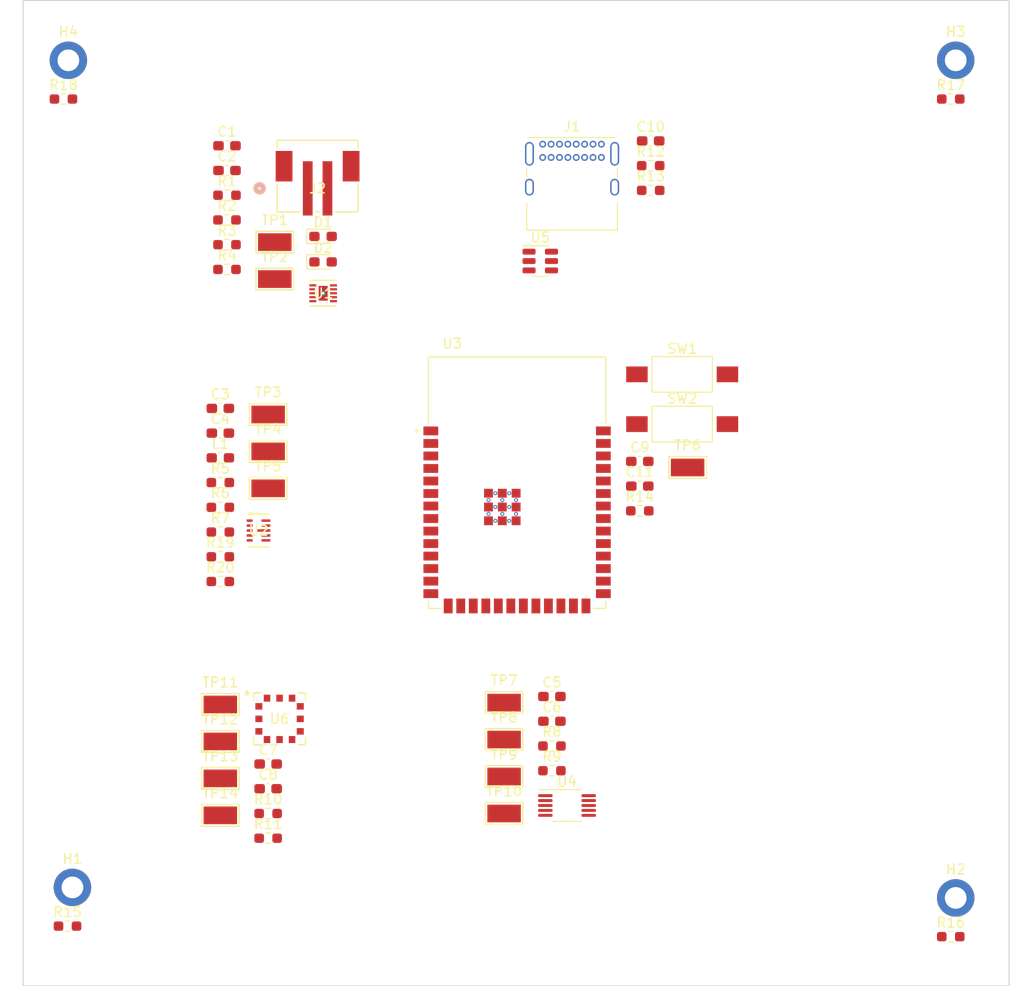
<source format=kicad_pcb>
(kicad_pcb (version 20221018) (generator pcbnew)
  (title_block (company "Winnie Szeto | github.com/wszeto9 | sites.google.com/view/winnies-renders"))
  (layers (0 "F.Cu" signal) (31 "B.Cu" signal) (34 "B.Paste" user) (35 "F.Paste" user) (36 "B.SilkS" user "B.Silkscreen") (37 "F.SilkS" user "F.Silkscreen") (38 "B.Mask" user) (39 "F.Mask" user) (44 "Edge.Cuts" user))
  (property "AUTHOR" "Winnie Szeto")
  (property "PROJECT_REVISION" "A01")
  (property "PROJECT_TITLE" "WS Template Project")
  (net 0 "")
  (net 1 "+5V")
  (net 2 "GND")
  (net 3 "Battery_3V_4V2")
  (net 4 "+3.3V")
  (net 5 "Net-(U4-REG)")
  (net 6 "Net-(U6-VO+)")
  (net 7 "Net-(U6-VO-)")
  (net 8 "Net-(SW1-B)")
  (net 9 "Net-(U5-VBUS)")
  (net 10 "Net-(D1-K)")
  (net 11 "Net-(D1-A)")
  (net 12 "Net-(D2-K)")
  (net 13 "Net-(D2-A)")
  (net 14 "Net-(H1-Pad1)")
  (net 15 "Net-(H2-Pad1)")
  (net 16 "Net-(H3-Pad1)")
  (net 17 "Net-(H4-Pad1)")
  (net 18 "Net-(J1-CC1)")
  (net 19 "/USB-C Connector/D+")
  (net 20 "/USB-C Connector/D-")
  (net 22 "Net-(J1-CC2)")
  (net 24 "Net-(U2-L1)")
  (net 25 "Net-(U2-L2)")
  (net 26 "Net-(U1-ISET)")
  (net 27 "Net-(U1-PRETERM)")
  (net 28 "Net-(U2-PG)")
  (net 29 "Net-(U2-FB)")
  (net 30 "/motor_sda")
  (net 31 "/motor_scl")
  (net 32 "/ESP32/SDA_sensor")
  (net 33 "/ESP32/SCL_sensor")
  (net 34 "Net-(U2-EN)")
  (net 35 "Net-(SW2-B)")
  (net 36 "Net-(U1-ISET2)")
  (net 37 "Net-(U4-OUT+)")
  (net 38 "Net-(U4-OUT-)")
  (net 39 "Net-(U6-RES)")
  (net 40 "Net-(U6-EOC)")
  (net 42 "/Battery and Battery Charger/TS")
  (net 50 "/ESP32/ESP32_USB_D-")
  (net 51 "/ESP32/ESP32_USB_D+")
  (footprint "Capacitor_SMD:C_0603_1608Metric_Pad1.08x0.95mm_HandSolder" (layer "F.Cu") (at 69.85 114.99)
    (fp_text reference "C8" (at 0 -1.43) (layer "F.SilkS"))
    (fp_text value "0.1uF 50V 0603")
    (pad "1" smd roundrect (at -0.8625 0) (size 1.075 0.95) (layers "F.Cu" "F.Paste" "F.Mask") (net 3 "Battery_3V_4V2"))
    (pad "2" smd roundrect (at 0.8625 0) (size 1.075 0.95) (layers "F.Cu" "F.Paste" "F.Mask") (net 2 "GND"))
  )
  (footprint "Resistor_SMD:R_0603_1608Metric_Pad0.98x0.95mm_HandSolder" (layer "F.Cu") (at 108.65 51.76)
    (fp_text reference "R12" (at 0 -1.43) (layer "F.SilkS"))
    (fp_text value "5.1k 0603")
    (pad "1" smd roundrect (at -0.9125 0) (size 0.975 0.95) (layers "F.Cu" "F.Paste" "F.Mask") (net 18 "Net-(J1-CC1)"))
    (pad "2" smd roundrect (at 0.9125 0) (size 0.975 0.95) (layers "F.Cu" "F.Paste" "F.Mask") (net 2 "GND"))
  )
  (footprint "TestPoint:TestPoint_Keystone_5015_Micro-Minature" (layer "F.Cu") (at 69.85 80.76)
    (fp_text reference "TP4" (at 0 -2.25) (layer "F.SilkS"))
    (fp_text value "TestPoint")
    (pad "1" smd rect (at 0 0) (size 3.4 1.8) (layers "F.Cu" "F.Paste" "F.Mask") (net 34 "Net-(U2-EN)"))
  )
  (footprint "Resistor_SMD:R_0603_1608Metric_Pad0.98x0.95mm_HandSolder" (layer "F.Cu") (at 98.6325 110.65)
    (fp_text reference "R8" (at 0 -1.43) (layer "F.SilkS"))
    (fp_text value "10k 0603")
    (pad "1" smd roundrect (at -0.9125 0) (size 0.975 0.95) (layers "F.Cu" "F.Paste" "F.Mask") (net 3 "Battery_3V_4V2"))
    (pad "2" smd roundrect (at 0.9125 0) (size 0.975 0.95) (layers "F.Cu" "F.Paste" "F.Mask") (net 30 "/motor_sda"))
  )
  (footprint "Resistor_SMD:R_0603_1608Metric_Pad0.98x0.95mm_HandSolder" (layer "F.Cu") (at 69.85 117.5)
    (fp_text reference "R10" (at 0 -1.43) (layer "F.SilkS"))
    (fp_text value "10k 0603")
    (pad "1" smd roundrect (at -0.9125 0) (size 0.975 0.95) (layers "F.Cu" "F.Paste" "F.Mask") (net 3 "Battery_3V_4V2"))
    (pad "2" smd roundrect (at 0.9125 0) (size 0.975 0.95) (layers "F.Cu" "F.Paste" "F.Mask") (net 32 "/ESP32/SDA_sensor"))
  )
  (footprint "Resistor_SMD:R_0603_1608Metric_Pad0.98x0.95mm_HandSolder" (layer "F.Cu") (at 65 86.43)
    (fp_text reference "R6" (at 0 -1.43) (layer "F.SilkS"))
    (fp_text value "511k 0603")
    (pad "1" smd roundrect (at -0.9125 0) (size 0.975 0.95) (layers "F.Cu" "F.Paste" "F.Mask") (net 4 "+3.3V"))
    (pad "2" smd roundrect (at 0.9125 0) (size 0.975 0.95) (layers "F.Cu" "F.Paste" "F.Mask") (net 29 "Net-(U2-FB)"))
  )
  (footprint "Capacitor_SMD:C_0603_1608Metric_Pad1.08x0.95mm_HandSolder" (layer "F.Cu") (at 65.675 49.74)
    (fp_text reference "C1" (at 0 -1.43) (layer "F.SilkS"))
    (fp_text value "1uF 16V 0603")
    (pad "1" smd roundrect (at -0.8625 0) (size 1.075 0.95) (layers "F.Cu" "F.Paste" "F.Mask") (net 1 "+5V"))
    (pad "2" smd roundrect (at 0.8625 0) (size 1.075 0.95) (layers "F.Cu" "F.Paste" "F.Mask") (net 2 "GND"))
  )
  (footprint "TestPoint:TestPoint_Keystone_5015_Micro-Minature" (layer "F.Cu") (at 65 110.19)
    (fp_text reference "TP12" (at 0 -2.25) (layer "F.SilkS"))
    (fp_text value "TestPoint")
    (pad "1" smd rect (at 0 0) (size 3.4 1.8) (layers "F.Cu" "F.Paste" "F.Mask") (net 40 "Net-(U6-EOC)"))
  )
  (footprint "Resistor_SMD:R_0603_1608Metric_Pad0.98x0.95mm_HandSolder" (layer "F.Cu") (at 49.0875 45)
    (fp_text reference "R18" (at 0 -1.43) (layer "F.SilkS"))
    (fp_text value "1M 0603")
    (pad "1" smd roundrect (at -0.9125 0) (size 0.975 0.95) (layers "F.Cu" "F.Paste" "F.Mask") (net 17 "Net-(H4-Pad1)"))
    (pad "2" smd roundrect (at 0.9125 0) (size 0.975 0.95) (layers "F.Cu" "F.Paste" "F.Mask") (net 2 "GND"))
  )
  (footprint "Resistor_SMD:R_0603_1608Metric_Pad0.98x0.95mm_HandSolder" (layer "F.Cu") (at 65.675 54.76)
    (fp_text reference "R1" (at 0 -1.43) (layer "F.SilkS"))
    (fp_text value "1k 0603")
    (pad "1" smd roundrect (at -0.9125 0) (size 0.975 0.95) (layers "F.Cu" "F.Paste" "F.Mask") (net 26 "Net-(U1-ISET)"))
    (pad "2" smd roundrect (at 0.9125 0) (size 0.975 0.95) (layers "F.Cu" "F.Paste" "F.Mask") (net 2 "GND"))
  )
  (footprint "Project Library:MPRLS" (layer "F.Cu") (at 71.0071 107.8971)
    (fp_text reference "U6" (at 0 0 unlocked) (layer "F.SilkS"))
    (fp_text value "MPRLS0025PA00001A")
    (fp_text user "*" (at -3.302 -2.286) (layer "F.SilkS"))
    (fp_text user "*" (at -3.302 -2.286 unlocked) (layer "F.SilkS"))
    (pad "1" smd rect (at -1.27 -2.099998 90) (size 0.7112 0.6604) (layers "F.Cu" "F.Paste" "F.Mask"))
    (pad "2" smd rect (at 0 -2.099998 90) (size 0.7112 0.6604) (layers "F.Cu" "F.Paste" "F.Mask") (net 32 "/ESP32/SDA_sensor"))
    (pad "3" smd rect (at 1.27 -2.099998 90) (size 0.7112 0.6604) (layers "F.Cu" "F.Paste" "F.Mask") (net 33 "/ESP32/SCL_sensor"))
    (pad "4" smd rect (at 2.099945 -1.27) (size 0.7112 0.6604) (layers "F.Cu" "F.Paste" "F.Mask") (net 6 "Net-(U6-VO+)"))
    (pad "5" smd rect (at 2.099945 0) (size 0.7112 0.6604) (layers "F.Cu" "F.Paste" "F.Mask"))
    (pad "6" smd rect (at 2.099945 1.27) (size 0.7112 0.6604) (layers "F.Cu" "F.Paste" "F.Mask") (net 7 "Net-(U6-VO-)"))
    (pad "7" smd rect (at 1.27 2.099998 90) (size 0.7112 0.6604) (layers "F.Cu" "F.Paste" "F.Mask"))
    (pad "8" smd rect (at 0 2.099998 90) (size 0.7112 0.6604) (layers "F.Cu" "F.Paste" "F.Mask") (net 40 "Net-(U6-EOC)"))
    (pad "9" smd rect (at -1.27 2.099998 90) (size 0.7112 0.6604) (layers "F.Cu" "F.Paste" "F.Mask") (net 39 "Net-(U6-RES)"))
    (pad "10" smd rect (at -2.099945 1.27) (size 0.7112 0.6604) (layers "F.Cu" "F.Paste" "F.Mask") (net 2 "GND"))
    (pad "11" smd rect (at -2.099945 0) (size 0.7112 0.6604) (layers "F.Cu" "F.Paste" "F.Mask"))
    (pad "12" smd rect (at -2.099945 -1.27) (size 0.7112 0.6604) (layers "F.Cu" "F.Paste" "F.Mask") (net 3 "Battery_3V_4V2"))
  )
  (footprint "Capacitor_SMD:C_0603_1608Metric_Pad1.08x0.95mm_HandSolder" (layer "F.Cu") (at 98.6325 105.63)
    (fp_text reference "C5" (at 0 -1.43) (layer "F.SilkS"))
    (fp_text value "1uF 16V 0603")
    (pad "1" smd roundrect (at -0.8625 0) (size 1.075 0.95) (layers "F.Cu" "F.Paste" "F.Mask") (net 3 "Battery_3V_4V2"))
    (pad "2" smd roundrect (at 0.8625 0) (size 1.075 0.95) (layers "F.Cu" "F.Paste" "F.Mask") (net 2 "GND"))
  )
  (footprint "Connector_USB:USB_C_Receptacle_GCT_USB4085" (layer "F.Cu") (at 97.7 49.58)
    (fp_text reference "J1" (at 2.975 -1.8) (layer "F.SilkS"))
    (fp_text value "USB_C_Receptacle_USB2.0_16P")
    (pad "A1" thru_hole circle (at 0 0) (size 0.7 0.7) (drill 0.4) (layers "*.Cu" "*.Mask") (net 2 "GND"))
    (pad "A4" thru_hole circle (at 0.85 0) (size 0.7 0.7) (drill 0.4) (layers "*.Cu" "*.Mask") (net 1 "+5V"))
    (pad "A5" thru_hole circle (at 1.7 0) (size 0.7 0.7) (drill 0.4) (layers "*.Cu" "*.Mask") (net 18 "Net-(J1-CC1)"))
    (pad "A6" thru_hole circle (at 2.55 0) (size 0.7 0.7) (drill 0.4) (layers "*.Cu" "*.Mask") (net 19 "/USB-C Connector/D+"))
    (pad "A7" thru_hole circle (at 3.4 0) (size 0.7 0.7) (drill 0.4) (layers "*.Cu" "*.Mask") (net 20 "/USB-C Connector/D-"))
    (pad "A8" thru_hole circle (at 4.25 0) (size 0.7 0.7) (drill 0.4) (layers "*.Cu" "*.Mask"))
    (pad "A9" thru_hole circle (at 5.1 0) (size 0.7 0.7) (drill 0.4) (layers "*.Cu" "*.Mask") (net 1 "+5V"))
    (pad "A12" thru_hole circle (at 5.95 0) (size 0.7 0.7) (drill 0.4) (layers "*.Cu" "*.Mask") (net 2 "GND"))
    (pad "B1" thru_hole circle (at 5.95 1.35) (size 0.7 0.7) (drill 0.4) (layers "*.Cu" "*.Mask") (net 2 "GND"))
    (pad "B4" thru_hole circle (at 5.1 1.35) (size 0.7 0.7) (drill 0.4) (layers "*.Cu" "*.Mask") (net 1 "+5V"))
    (pad "B5" thru_hole circle (at 4.25 1.35) (size 0.7 0.7) (drill 0.4) (layers "*.Cu" "*.Mask") (net 22 "Net-(J1-CC2)"))
    (pad "B6" thru_hole circle (at 3.4 1.35) (size 0.7 0.7) (drill 0.4) (layers "*.Cu" "*.Mask") (net 19 "/USB-C Connector/D+"))
    (pad "B7" thru_hole circle (at 2.55 1.35) (size 0.7 0.7) (drill 0.4) (layers "*.Cu" "*.Mask") (net 20 "/USB-C Connector/D-"))
    (pad "B8" thru_hole circle (at 1.7 1.35) (size 0.7 0.7) (drill 0.4) (layers "*.Cu" "*.Mask"))
    (pad "B9" thru_hole circle (at 0.85 1.35) (size 0.7 0.7) (drill 0.4) (layers "*.Cu" "*.Mask") (net 1 "+5V"))
    (pad "B12" thru_hole circle (at 0 1.35) (size 0.7 0.7) (drill 0.4) (layers "*.Cu" "*.Mask") (net 2 "GND"))
    (pad "S1" thru_hole oval (at -1.35 0.98) (size 0.9 2.4) (drill oval 0.6 2.1) (layers "*.Cu" "*.Mask") (net 2 "GND"))
    (pad "S1" thru_hole oval (at -1.35 4.36) (size 0.9 1.7) (drill oval 0.6 1.4) (layers "*.Cu" "*.Mask") (net 2 "GND"))
    (pad "S1" thru_hole oval (at 7.3 0.98) (size 0.9 2.4) (drill oval 0.6 2.1) (layers "*.Cu" "*.Mask") (net 2 "GND"))
    (pad "S1" thru_hole oval (at 7.3 4.36) (size 0.9 1.7) (drill oval 0.6 1.4) (layers "*.Cu" "*.Mask") (net 2 "GND"))
  )
  (footprint "Capacitor_SMD:C_0603_1608Metric_Pad1.08x0.95mm_HandSolder" (layer "F.Cu") (at 69.85 112.48)
    (fp_text reference "C7" (at 0 -1.43) (layer "F.SilkS"))
    (fp_text value "1nF 16V 0603")
    (pad "1" smd roundrect (at -0.8625 0) (size 1.075 0.95) (layers "F.Cu" "F.Paste" "F.Mask") (net 6 "Net-(U6-VO+)"))
    (pad "2" smd roundrect (at 0.8625 0) (size 1.075 0.95) (layers "F.Cu" "F.Paste" "F.Mask") (net 7 "Net-(U6-VO-)"))
  )
  (footprint "TestPoint:TestPoint_Keystone_5015_Micro-Minature" (layer "F.Cu") (at 69.85 84.51)
    (fp_text reference "TP5" (at 0 -2.25) (layer "F.SilkS"))
    (fp_text value "TestPoint")
    (pad "1" smd rect (at 0 0) (size 3.4 1.8) (layers "F.Cu" "F.Paste" "F.Mask") (net 29 "Net-(U2-FB)"))
  )
  (footprint "TestPoint:TestPoint_Keystone_5015_Micro-Minature" (layer "F.Cu") (at 70.525 63.27)
    (fp_text reference "TP2" (at 0 -2.25) (layer "F.SilkS"))
    (fp_text value "TestPoint")
    (pad "1" smd rect (at 0 0) (size 3.4 1.8) (layers "F.Cu" "F.Paste" "F.Mask") (net 3 "Battery_3V_4V2"))
  )
  (footprint "TestPoint:TestPoint_Keystone_5015_Micro-Minature" (layer "F.Cu") (at 70.525 59.52)
    (fp_text reference "TP1" (at 0 -2.25) (layer "F.SilkS"))
    (fp_text value "TestPoint")
    (pad "1" smd rect (at 0 0) (size 3.4 1.8) (layers "F.Cu" "F.Paste" "F.Mask") (net 36 "Net-(U1-ISET2)"))
  )
  (footprint "TestPoint:TestPoint_Keystone_5015_Micro-Minature" (layer "F.Cu") (at 93.7825 110)
    (fp_text reference "TP8" (at 0 -2.25) (layer "F.SilkS"))
    (fp_text value "TestPoint")
    (pad "1" smd rect (at 0 0) (size 3.4 1.8) (layers "F.Cu" "F.Paste" "F.Mask") (net 38 "Net-(U4-OUT-)"))
  )
  (footprint "Capacitor_SMD:C_0603_1608Metric_Pad1.08x0.95mm_HandSolder" (layer "F.Cu") (at 65 78.9)
    (fp_text reference "C4" (at 0 -1.43) (layer "F.SilkS"))
    (fp_text value "22uF 6V3 0603")
    (pad "1" smd roundrect (at -0.8625 0) (size 1.075 0.95) (layers "F.Cu" "F.Paste" "F.Mask") (net 4 "+3.3V"))
    (pad "2" smd roundrect (at 0.8625 0) (size 1.075 0.95) (layers "F.Cu" "F.Paste" "F.Mask") (net 2 "GND"))
  )
  (footprint "Project Library:ESP32-S3" (layer "F.Cu") (at 95.1 83.94)
    (fp_text reference "U3" (at -6.575 -14.135) (layer "F.SilkS"))
    (fp_text value "ESP32-S3-WROOM-1-N4")
    (pad "1" smd rect (at -8.75 -5.26) (size 1.5 0.9) (layers "F.Cu" "F.Paste" "F.Mask") (net 2 "GND"))
    (pad "2" smd rect (at -8.75 -3.99) (size 1.5 0.9) (layers "F.Cu" "F.Paste" "F.Mask") (net 4 "+3.3V"))
    (pad "3" smd rect (at -8.75 -2.72) (size 1.5 0.9) (layers "F.Cu" "F.Paste" "F.Mask") (net 8 "Net-(SW1-B)"))
    (pad "4" smd rect (at -8.75 -1.45) (size 1.5 0.9) (layers "F.Cu" "F.Paste" "F.Mask") (net 32 "/ESP32/SDA_sensor"))
    (pad "5" smd rect (at -8.75 -0.18) (size 1.5 0.9) (layers "F.Cu" "F.Paste" "F.Mask") (net 33 "/ESP32/SCL_sensor"))
    (pad "6" smd rect (at -8.75 1.09) (size 1.5 0.9) (layers "F.Cu" "F.Paste" "F.Mask"))
    (pad "7" smd rect (at -8.75 2.36) (size 1.5 0.9) (layers "F.Cu" "F.Paste" "F.Mask"))
    (pad "8" smd rect (at -8.75 3.63) (size 1.5 0.9) (layers "F.Cu" "F.Paste" "F.Mask"))
    (pad "9" smd rect (at -8.75 4.9) (size 1.5 0.9) (layers "F.Cu" "F.Paste" "F.Mask"))
    (pad "10" smd rect (at -8.75 6.17) (size 1.5 0.9) (layers "F.Cu" "F.Paste" "F.Mask"))
    (pad "11" smd rect (at -8.75 7.44) (size 1.5 0.9) (layers "F.Cu" "F.Paste" "F.Mask"))
    (pad "12" smd rect (at -8.75 8.71) (size 1.5 0.9) (layers "F.Cu" "F.Paste" "F.Mask"))
    (pad "13" smd rect (at -8.75 9.98) (size 1.5 0.9) (layers "F.Cu" "F.Paste" "F.Mask") (net 50 "/ESP32/ESP32_USB_D-"))
    (pad "14" smd rect (at -8.75 11.25) (size 1.5 0.9) (layers "F.Cu" "F.Paste" "F.Mask") (net 51 "/ESP32/ESP32_USB_D+"))
    (pad "15" smd rect (at -6.985 12.5) (size 0.9 1.5) (layers "F.Cu" "F.Paste" "F.Mask"))
    (pad "16" smd rect (at -5.715 12.5) (size 0.9 1.5) (layers "F.Cu" "F.Paste" "F.Mask"))
    (pad "17" smd rect (at -4.445 12.5) (size 0.9 1.5) (layers "F.Cu" "F.Paste" "F.Mask"))
    (pad "18" smd rect (at -3.175 12.5) (size 0.9 1.5) (layers "F.Cu" "F.Paste" "F.Mask"))
    (pad "19" smd rect (at -1.905 12.5) (size 0.9 1.5) (layers "F.Cu" "F.Paste" "F.Mask"))
    (pad "20" smd rect (at -0.635 12.5) (size 0.9 1.5) (layers "F.Cu" "F.Paste" "F.Mask"))
    (pad "21" smd rect (at 0.635 12.5) (size 0.9 1.5) (layers "F.Cu" "F.Paste" "F.Mask"))
    (pad "22" smd rect (at 1.905 12.5) (size 0.9 1.5) (layers "F.Cu" "F.Paste" "F.Mask"))
    (pad "23" smd rect (at 3.175 12.5) (size 0.9 1.5) (layers "F.Cu" "F.Paste" "F.Mask"))
    (pad "24" smd rect (at 4.445 12.5) (size 0.9 1.5) (layers "F.Cu" "F.Paste" "F.Mask"))
    (pad "25" smd rect (at 5.715 12.5) (size 0.9 1.5) (layers "F.Cu" "F.Paste" "F.Mask"))
    (pad "26" smd rect (at 6.985 12.5) (size 0.9 1.5) (layers "F.Cu" "F.Paste" "F.Mask"))
    (pad "27" smd rect (at 8.75 11.25) (size 1.5 0.9) (layers "F.Cu" "F.Paste" "F.Mask") (net 35 "Net-(SW2-B)"))
    (pad "28" smd rect (at 8.75 9.98) (size 1.5 0.9) (layers "F.Cu" "F.Paste" "F.Mask"))
    (pad "29" smd rect (at 8.75 8.71) (size 1.5 0.9) (layers "F.Cu" "F.Paste" "F.Mask") (net 31 "/motor_scl"))
    (pad "30" smd rect (at 8.75 7.44) (size 1.5 0.9) (layers "F.Cu" "F.Paste" "F.Mask") (net 30 "/motor_sda"))
    (pad "31" smd rect (at 8.75 6.17) (size 1.5 0.9) (layers "F.Cu" "F.Paste" "F.Mask"))
    (pad "32" smd rect (at 8.75 4.9) (size 1.5 0.9) (layers "F.Cu" "F.Paste" "F.Mask"))
    (pad "33" smd rect (at 8.75 3.63) (size 1.5 0.9) (layers "F.Cu" "F.Paste" "F.Mask"))
    (pad "34" smd rect (at 8.75 2.36) (size 1.5 0.9) (layers "F.Cu" "F.Paste" "F.Mask"))
    (pad "35" smd rect (at 8.75 1.09) (size 1.5 0.9) (layers "F.Cu" "F.Paste" "F.Mask"))
    (pad "36" smd rect (at 8.75 -0.18) (size 1.5 0.9) (layers "F.Cu" "F.Paste" "F.Mask"))
    (pad "37" smd rect (at 8.75 -1.45) (size 1.5 0.9) (layers "F.Cu" "F.Paste" "F.Mask"))
    (pad "38" smd rect (at 8.75 -2.72) (size 1.5 0.9) (layers "F.Cu" "F.Paste" "F.Mask"))
    (pad "39" smd rect (at 8.75 -3.99) (size 1.5 0.9) (layers "F.Cu" "F.Paste" "F.Mask"))
    (pad "40" smd rect (at 8.75 -5.26) (size 1.5 0.9) (layers "F.Cu" "F.Paste" "F.Mask") (net 2 "GND"))
    (pad "41_1" smd rect (at -1.5 2.46) (size 0.9 0.9) (layers "F.Cu" "F.Paste" "F.Mask") (net 2 "GND"))
    (pad "41_2" smd rect (at -2.9 2.46) (size 0.9 0.9) (layers "F.Cu" "F.Paste" "F.Mask") (net 2 "GND"))
    (pad "41_3" smd rect (at -0.1 2.46) (size 0.9 0.9) (layers "F.Cu" "F.Paste" "F.Mask") (net 2 "GND"))
    (pad "41_4" smd rect (at -2.9 3.86) (size 0.9 0.9) (layers "F.Cu" "F.Paste" "F.Mask") (net 2 "GND"))
    (pad "41_5" smd rect (at -1.5 3.86) (size 0.9 0.9) (layers "F.Cu" "F.Paste" "F.Mask") (net 2 "GND"))
    (pad "41_6" smd rect (at -0.1 3.86) (size 0.9 0.9) (layers "F.Cu" "F.Paste" "F.Mask") (net 2 "GND"))
    (pad "41_7" smd rect (at -2.9 1.06) (size 0.9 0.9) (layers "F.Cu" "F.Paste" "F.Mask") (net 2 "GND"))
    (pad "41_8" smd rect (at -1.5 1.06) (size 0.9 0.9) (layers "F.Cu" "F.Paste" "F.Mask") (net 2 "GND"))
    (pad "41_9" smd rect (at -0.1 1.06) (size 0.9 0.9) (layers "F.Cu" "F.Paste" "F.Mask") (net 2 "GND"))
    (pad "41_10" thru_hole circle (at -1.5 1.76) (size 0.4 0.4) (drill 0.2) (layers "*.Cu"))
    (pad "41_11" thru_hole circle (at -2.9 1.76) (size 0.4 0.4) (drill 0.2) (layers "*.Cu"))
    (pad "41_12" thru_hole circle (at -0.1 1.76) (size 0.4 0.4) (drill 0.2) (layers "*.Cu"))
    (pad "41_13" thru_hole circle (at -2.9 3.16) (size 0.4 0.4) (drill 0.2) (layers "*.Cu"))
    (pad "41_14" thru_hole circle (at -1.5 3.16) (size 0.4 0.4) (drill 0.2) (layers "*.Cu"))
    (pad "41_15" thru_hole circle (at -0.1 3.16) (size 0.4 0.4) (drill 0.2) (layers "*.Cu"))
    (pad "41_16" thru_hole circle (at -2.2 1.06) (size 0.4 0.4) (drill 0.2) (layers "*.Cu"))
    (pad "41_17" thru_hole circle (at -0.8 1.06) (size 0.4 0.4) (drill 0.2) (layers "*.Cu"))
    (pad "41_18" thru_hole circle (at -2.2 2.46) (size 0.4 0.4) (drill 0.2) (layers "*.Cu"))
    (pad "41_19" thru_hole circle (at -0.8 2.46) (size 0.4 0.4) (drill 0.2) (layers "*.Cu"))
    (pad "41_20" thru_hole circle (at -2.2 3.86) (size 0.4 0.4) (drill 0.2) (layers "*.Cu"))
    (pad "41_21" thru_hole circle (at -0.8 3.86) (size 0.4 0.4) (drill 0.2) (layers "*.Cu"))
  )
  (footprint "TestPoint:TestPoint_Keystone_5015_Micro-Minature" (layer "F.Cu") (at 65 113.94)
    (fp_text reference "TP13" (at 0 -2.25) (layer "F.SilkS"))
    (fp_text value "TestPoint")
    (pad "1" smd rect (at 0 0) (size 3.4 1.8) (layers "F.Cu" "F.Paste" "F.Mask") (net 32 "/ESP32/SDA_sensor"))
  )
  (footprint "Resistor_SMD:R_0603_1608Metric_Pad0.98x0.95mm_HandSolder" (layer "F.Cu") (at 98.6325 113.16)
    (fp_text reference "R9" (at 0 -1.43) (layer "F.SilkS"))
    (fp_text value "10k 0603")
    (pad "1" smd roundrect (at -0.9125 0) (size 0.975 0.95) (layers "F.Cu" "F.Paste" "F.Mask") (net 3 "Battery_3V_4V2"))
    (pad "2" smd roundrect (at 0.9125 0) (size 0.975 0.95) (layers "F.Cu" "F.Paste" "F.Mask") (net 31 "/motor_scl"))
  )
  (footprint "Resistor_SMD:R_0603_1608Metric_Pad0.98x0.95mm_HandSolder" (layer "F.Cu") (at 107.545 86.79)
    (fp_text reference "R14" (at 0 -1.43) (layer "F.SilkS"))
    (fp_text value "10k 0603")
    (pad "1" smd roundrect (at -0.9125 0) (size 0.975 0.95) (layers "F.Cu" "F.Paste" "F.Mask") (net 4 "+3.3V"))
    (pad "2" smd roundrect (at 0.9125 0) (size 0.975 0.95) (layers "F.Cu" "F.Paste" "F.Mask") (net 8 "Net-(SW1-B)"))
  )
  (footprint "Resistor_SMD:R_0603_1608Metric_Pad0.98x0.95mm_HandSolder" (layer "F.Cu") (at 65.675 57.27)
    (fp_text reference "R2" (at 0 -1.43) (layer "F.SilkS"))
    (fp_text value "2k 0603")
    (pad "1" smd roundrect (at -0.9125 0) (size 0.975 0.95) (layers "F.Cu" "F.Paste" "F.Mask") (net 27 "Net-(U1-PRETERM)"))
    (pad "2" smd roundrect (at 0.9125 0) (size 0.975 0.95) (layers "F.Cu" "F.Paste" "F.Mask") (net 2 "GND"))
  )
  (footprint "Button_Switch_SMD:SW_SPST_FSMSM" (layer "F.Cu") (at 111.845 77.99)
    (fp_text reference "SW2" (at 0 -2.6) (layer "F.SilkS"))
    (fp_text value "SW_SPST")
    (pad "1" smd rect (at -4.59 0) (size 2.18 1.6) (layers "F.Cu" "F.Paste" "F.Mask") (net 2 "GND"))
    (pad "2" smd rect (at 4.59 0) (size 2.18 1.6) (layers "F.Cu" "F.Paste" "F.Mask") (net 35 "Net-(SW2-B)"))
  )
  (footprint "Resistor_SMD:R_0603_1608Metric_Pad0.98x0.95mm_HandSolder" (layer "F.Cu") (at 49.5 128.93)
    (fp_text reference "R15" (at 0 -1.43) (layer "F.SilkS"))
    (fp_text value "1M 0603")
    (pad "1" smd roundrect (at -0.9125 0) (size 0.975 0.95) (layers "F.Cu" "F.Paste" "F.Mask") (net 14 "Net-(H1-Pad1)"))
    (pad "2" smd roundrect (at 0.9125 0) (size 0.975 0.95) (layers "F.Cu" "F.Paste" "F.Mask") (net 2 "GND"))
  )
  (footprint "TestPoint:TestPoint_Keystone_5015_Micro-Minature" (layer "F.Cu") (at 65 117.69)
    (fp_text reference "TP14" (at 0 -2.25) (layer "F.SilkS"))
    (fp_text value "TestPoint")
    (pad "1" smd rect (at 0 0) (size 3.4 1.8) (layers "F.Cu" "F.Paste" "F.Mask") (net 33 "/ESP32/SCL_sensor"))
  )
  (footprint "Project Library:TPS63802" (layer "F.Cu") (at 68.875 88.784999)
    (fp_text reference "U2" (at 0 0 unlocked) (layer "F.SilkS"))
    (fp_text value "TPS63802DLAR")
    (pad "1" smd rect (at -0.900001 -1.000001) (size 0.599999 0.249999) (layers "F.Cu" "F.Paste" "F.Mask") (net 34 "Net-(U2-EN)"))
    (pad "2" smd rect (at -0.900001 -0.499999) (size 0.599999 0.249999) (layers "F.Cu" "F.Paste" "F.Mask") (net 2 "GND"))
    (pad "3" smd rect (at -0.900001 0) (size 0.599999 0.249999) (layers "F.Cu" "F.Paste" "F.Mask") (net 2 "GND"))
    (pad "4" smd rect (at -0.900001 0.499999) (size 0.599999 0.249999) (layers "F.Cu" "F.Paste" "F.Mask") (net 29 "Net-(U2-FB)"))
    (pad "5" smd rect (at -0.900001 1.000001) (size 0.599999 0.249999) (layers "F.Cu" "F.Paste" "F.Mask") (net 28 "Net-(U2-PG)"))
    (pad "6" smd rect (at 0.750001 1.000001) (size 0.900001 0.249999) (layers "F.Cu" "F.Paste" "F.Mask") (net 4 "+3.3V"))
    (pad "7" smd rect (at 0.750001 0.499999) (size 0.900001 0.249999) (layers "F.Cu" "F.Paste" "F.Mask") (net 25 "Net-(U2-L2)"))
    (pad "8" smd rect (at 0.549999 0) (size 1.3 0.249999) (layers "F.Cu" "F.Mask") (net 2 "GND"))
    (pad "9" smd rect (at 0.750001 -0.499999) (size 0.900001 0.249999) (layers "F.Cu" "F.Paste" "F.Mask") (net 24 "Net-(U2-L1)"))
    (pad "10" smd rect (at 0.750001 -1.000001) (size 0.900001 0.249999) (layers "F.Cu" "F.Paste" "F.Mask") (net 3 "Battery_3V_4V2"))
  )
  (footprint "Capacitor_SMD:C_0603_1608Metric_Pad1.08x0.95mm_HandSolder" (layer "F.Cu") (at 65 76.39)
    (fp_text reference "C3" (at 0 -1.43) (layer "F.SilkS"))
    (fp_text value "22uF 6V3 0603")
    (pad "1" smd roundrect (at -0.8625 0) (size 1.075 0.95) (layers "F.Cu" "F.Paste" "F.Mask") (net 3 "Battery_3V_4V2"))
    (pad "2" smd roundrect (at 0.8625 0) (size 1.075 0.95) (layers "F.Cu" "F.Paste" "F.Mask") (net 2 "GND"))
  )
  (footprint "Capacitor_SMD:C_0603_1608Metric_Pad1.08x0.95mm_HandSolder" (layer "F.Cu") (at 107.545 81.77)
    (fp_text reference "C9" (at 0 -1.43) (layer "F.SilkS"))
    (fp_text value "1uF 16V 0603")
    (pad "1" smd roundrect (at -0.8625 0) (size 1.075 0.95) (layers "F.Cu" "F.Paste" "F.Mask") (net 8 "Net-(SW1-B)"))
    (pad "2" smd roundrect (at 0.8625 0) (size 1.075 0.95) (layers "F.Cu" "F.Paste" "F.Mask") (net 2 "GND"))
  )
  (footprint "Capacitor_SMD:C_0603_1608Metric_Pad1.08x0.95mm_HandSolder" (layer "F.Cu") (at 98.6325 108.14)
    (fp_text reference "C6" (at 0 -1.43) (layer "F.SilkS"))
    (fp_text value "1uF 16V 0603")
    (pad "1" smd roundrect (at -0.8625 0) (size 1.075 0.95) (layers "F.Cu" "F.Paste" "F.Mask") (net 5 "Net-(U4-REG)"))
    (pad "2" smd roundrect (at 0.8625 0) (size 1.075 0.95) (layers "F.Cu" "F.Paste" "F.Mask") (net 2 "GND"))
  )
  (footprint "MountingHole:MountingHole_2.2mm_M2_DIN965_Pad" (layer "F.Cu") (at 50 125)
    (fp_text reference "H1" (at 0 -2.9) (layer "F.SilkS"))
    (fp_text value "MountingHole_Pad")
    (pad "1" thru_hole circle (at 0 0) (size 3.8 3.8) (drill 2.2) (layers "*.Cu" "*.Mask") (net 14 "Net-(H1-Pad1)"))
  )
  (footprint "Resistor_SMD:R_0603_1608Metric_Pad0.98x0.95mm_HandSolder" (layer "F.Cu") (at 139.0875 45)
    (fp_text reference "R17" (at 0 -1.43) (layer "F.SilkS"))
    (fp_text value "1M 0603")
    (pad "1" smd roundrect (at -0.9125 0) (size 0.975 0.95) (layers "F.Cu" "F.Paste" "F.Mask") (net 16 "Net-(H3-Pad1)"))
    (pad "2" smd roundrect (at 0.9125 0) (size 0.975 0.95) (layers "F.Cu" "F.Paste" "F.Mask") (net 2 "GND"))
  )
  (footprint "TestPoint:TestPoint_Keystone_5015_Micro-Minature" (layer "F.Cu") (at 93.7825 117.5)
    (fp_text reference "TP10" (at 0 -2.25) (layer "F.SilkS"))
    (fp_text value "TestPoint")
    (pad "1" smd rect (at 0 0) (size 3.4 1.8) (layers "F.Cu" "F.Paste" "F.Mask") (net 30 "/motor_sda"))
  )
  (footprint "Package_TO_SOT_SMD:SOT-23-6" (layer "F.Cu") (at 97.45 61.44)
    (fp_text reference "U5" (at 0 -2.4) (layer "F.SilkS"))
    (fp_text value "USBLC6-2SC6")
    (pad "1" smd roundrect (at -1.1375 -0.95) (size 1.325 0.6) (layers "F.Cu" "F.Paste" "F.Mask") (net 50 "/ESP32/ESP32_USB_D-"))
    (pad "2" smd roundrect (at -1.1375 0) (size 1.325 0.6) (layers "F.Cu" "F.Paste" "F.Mask") (net 2 "GND"))
    (pad "3" smd roundrect (at -1.1375 0.95) (size 1.325 0.6) (layers "F.Cu" "F.Paste" "F.Mask") (net 51 "/ESP32/ESP32_USB_D+"))
    (pad "4" smd roundrect (at 1.1375 0.95) (size 1.325 0.6) (layers "F.Cu" "F.Paste" "F.Mask") (net 19 "/USB-C Connector/D+"))
    (pad "5" smd roundrect (at 1.1375 0) (size 1.325 0.6) (layers "F.Cu" "F.Paste" "F.Mask") (net 9 "Net-(U5-VBUS)"))
    (pad "6" smd roundrect (at 1.1375 -0.95) (size 1.325 0.6) (layers "F.Cu" "F.Paste" "F.Mask") (net 20 "/USB-C Connector/D-"))
  )
  (footprint "MountingHole:MountingHole_2.2mm_M2_DIN965_Pad" (layer "F.Cu") (at 139.5875 41.07)
    (fp_text reference "H3" (at 0 -2.9) (layer "F.SilkS"))
    (fp_text value "MountingHole_Pad")
    (pad "1" thru_hole circle (at 0 0) (size 3.8 3.8) (drill 2.2) (layers "*.Cu" "*.Mask") (net 16 "Net-(H3-Pad1)"))
  )
  (footprint "Capacitor_SMD:C_0603_1608Metric_Pad1.08x0.95mm_HandSolder" (layer "F.Cu") (at 108.65 49.25)
    (fp_text reference "C10" (at 0 -1.43) (layer "F.SilkS"))
    (fp_text value "0.1uF 50V 0603")
    (pad "1" smd roundrect (at -0.8625 0) (size 1.075 0.95) (layers "F.Cu" "F.Paste" "F.Mask") (net 2 "GND"))
    (pad "2" smd roundrect (at 0.8625 0) (size 1.075 0.95) (layers "F.Cu" "F.Paste" "F.Mask") (net 9 "Net-(U5-VBUS)"))
  )
  (footprint "TestPoint:TestPoint_Keystone_5015_Micro-Minature" (layer "F.Cu") (at 112.395 82.39)
    (fp_text reference "TP6" (at 0 -2.25) (layer "F.SilkS"))
    (fp_text value "TestPoint")
    (pad "1" smd rect (at 0 0) (size 3.4 1.8) (layers "F.Cu" "F.Paste" "F.Mask") (net 8 "Net-(SW1-B)"))
  )
  (footprint "Resistor_SMD:R_0603_1608Metric_Pad0.98x0.95mm_HandSolder" (layer "F.Cu") (at 65 91.45)
    (fp_text reference "R19" (at 0 -1.43) (layer "F.SilkS"))
    (fp_text value "2k 0603")
    (pad "1" smd roundrect (at -0.9125 0) (size 0.975 0.95) (layers "F.Cu" "F.Paste" "F.Mask") (net 3 "Battery_3V_4V2"))
    (pad "2" smd roundrect (at 0.9125 0) (size 0.975 0.95) (layers "F.Cu" "F.Paste" "F.Mask") (net 34 "Net-(U2-EN)"))
  )
  (footprint "Resistor_SMD:R_0603_1608Metric_Pad0.98x0.95mm_HandSolder" (layer "F.Cu") (at 65 88.94)
    (fp_text reference "R7" (at 0 -1.43) (layer "F.SilkS"))
    (fp_text value "91k 0603")
    (pad "1" smd roundrect (at -0.9125 0) (size 0.975 0.95) (layers "F.Cu" "F.Paste" "F.Mask") (net 29 "Net-(U2-FB)"))
    (pad "2" smd roundrect (at 0.9125 0) (size 0.975 0.95) (layers "F.Cu" "F.Paste" "F.Mask") (net 2 "GND"))
  )
  (footprint "Project Library:CONN_B2B-PH-SM4-TBLFSN_JST(Header)" (layer "F.Cu") (at 74.8651 52.8204)
    (fp_text reference "J2" (at 0 1.244801 unlocked) (layer "F.SilkS"))
    (fp_text value "Header B2B-PH-SM4-TBLFSN")
    (pad "1" smd rect (at -1.000001 1.244801) (size 0.9906 5.5118) (layers "F.Cu" "F.Paste" "F.Mask") (net 3 "Battery_3V_4V2"))
    (pad "2" smd rect (at 1.000001 1.244801) (size 0.9906 5.5118) (layers "F.Cu" "F.Paste" "F.Mask") (net 2 "GND"))
    (pad "3" smd rect (at -3.399998 -1.0052 90) (size 3.0988 1.7018) (layers "F.Cu" "F.Paste" "F.Mask"))
    (pad "4" smd rect (at 3.399998 -1.0052 90) (size 3.0988 1.7018) (layers "F.Cu" "F.Paste" "F.Mask"))
  )
  (footprint "Package_SO:VSSOP-10_3x3mm_P0.5mm" (layer "F.Cu") (at 100.1625 116.69)
    (fp_text reference "U4" (at 0 -2.45) (layer "F.SilkS"))
    (fp_text value "DRV2605LDGS")
    (pad "1" smd roundrect (at -2.2 -1) (size 1.45 0.3) (layers "F.Cu" "F.Paste" "F.Mask") (net 5 "Net-(U4-REG)"))
    (pad "2" smd roundrect (at -2.2 -0.5) (size 1.45 0.3) (layers "F.Cu" "F.Paste" "F.Mask") (net 31 "/motor_scl"))
    (pad "3" smd roundrect (at -2.2 0) (size 1.45 0.3) (layers "F.Cu" "F.Paste" "F.Mask") (net 30 "/motor_sda"))
    (pad "4" smd roundrect (at -2.2 0.5) (size 1.45 0.3) (layers "F.Cu" "F.Paste" "F.Mask") (net 2 "GND"))
    (pad "5" smd roundrect (at -2.2 1) (size 1.45 0.3) (layers "F.Cu" "F.Paste" "F.Mask") (net 3 "Battery_3V_4V2"))
    (pad "6" smd roundrect (at 2.2 1) (size 1.45 0.3) (layers "F.Cu" "F.Paste" "F.Mask"))
    (pad "7" smd roundrect (at 2.2 0.5) (size 1.45 0.3) (layers "F.Cu" "F.Paste" "F.Mask") (net 37 "Net-(U4-OUT+)"))
    (pad "8" smd roundrect (at 2.2 0) (size 1.45 0.3) (layers "F.Cu" "F.Paste" "F.Mask") (net 2 "GND"))
    (pad "9" smd roundrect (at 2.2 -0.5) (size 1.45 0.3) (layers "F.Cu" "F.Paste" "F.Mask") (net 38 "Net-(U4-OUT-)"))
    (pad "10" smd roundrect (at 2.2 -1) (size 1.45 0.3) (layers "F.Cu" "F.Paste" "F.Mask") (net 3 "Battery_3V_4V2"))
  )
  (footprint "TestPoint:TestPoint_Keystone_5015_Micro-Minature" (layer "F.Cu") (at 65 106.44)
    (fp_text reference "TP11" (at 0 -2.25) (layer "F.SilkS"))
    (fp_text value "TestPoint")
    (pad "1" smd rect (at 0 0) (size 3.4 1.8) (layers "F.Cu" "F.Paste" "F.Mask") (net 39 "Net-(U6-RES)"))
  )
  (footprint "Resistor_SMD:R_0603_1608Metric_Pad0.98x0.95mm_HandSolder" (layer "F.Cu") (at 69.85 120.01)
    (fp_text reference "R11" (at 0 -1.43) (layer "F.SilkS"))
    (fp_text value "10k 0603")
    (pad "1" smd roundrect (at -0.9125 0) (size 0.975 0.95) (layers "F.Cu" "F.Paste" "F.Mask") (net 3 "Battery_3V_4V2"))
    (pad "2" smd roundrect (at 0.9125 0) (size 0.975 0.95) (layers "F.Cu" "F.Paste" "F.Mask") (net 33 "/ESP32/SCL_sensor"))
  )
  (footprint "TestPoint:TestPoint_Keystone_5015_Micro-Minature" (layer "F.Cu") (at 69.85 77.01)
    (fp_text reference "TP3" (at 0 -2.25) (layer "F.SilkS"))
    (fp_text value "TestPoint")
    (pad "1" smd rect (at 0 0) (size 3.4 1.8) (layers "F.Cu" "F.Paste" "F.Mask") (net 4 "+3.3V"))
  )
  (footprint "Resistor_SMD:R_0603_1608Metric_Pad0.98x0.95mm_HandSolder" (layer "F.Cu") (at 65.675 59.78)
    (fp_text reference "R3" (at 0 -1.43) (layer "F.SilkS"))
    (fp_text value "1.5k 0603")
    (pad "1" smd roundrect (at -0.9125 0) (size 0.975 0.95) (layers "F.Cu" "F.Paste" "F.Mask") (net 3 "Battery_3V_4V2"))
    (pad "2" smd roundrect (at 0.9125 0) (size 0.975 0.95) (layers "F.Cu" "F.Paste" "F.Mask") (net 11 "Net-(D1-A)"))
  )
  (footprint "LED_SMD:LED_0603_1608Metric_Pad1.05x0.95mm_HandSolder" (layer "F.Cu") (at 75.42 58.94)
    (fp_text reference "D1" (at 0 -1.43) (layer "F.SilkS"))
    (fp_text value "LED Yellow")
    (pad "1" smd roundrect (at -0.875 0) (size 1.05 0.95) (layers "F.Cu" "F.Paste" "F.Mask") (net 10 "Net-(D1-K)"))
    (pad "2" smd roundrect (at 0.875 0) (size 1.05 0.95) (layers "F.Cu" "F.Paste" "F.Mask") (net 11 "Net-(D1-A)"))
  )
  (footprint "Inductor_SMD:L_0603_1608Metric_Pad1.05x0.95mm_HandSolder" (layer "F.Cu") (at 65 81.41)
    (fp_text reference "L1" (at 0 -1.43) (layer "F.SilkS"))
    (fp_text value "470nH DFE18SANR47MG0L")
    (pad "1" smd roundrect (at -0.875 0) (size 1.05 0.95) (layers "F.Cu" "F.Paste" "F.Mask") (net 24 "Net-(U2-L1)"))
    (pad "2" smd roundrect (at 0.875 0) (size 1.05 0.95) (layers "F.Cu" "F.Paste" "F.Mask") (net 25 "Net-(U2-L2)"))
  )
  (footprint "Resistor_SMD:R_0603_1608Metric_Pad0.98x0.95mm_HandSolder" (layer "F.Cu") (at 108.65 54.27)
    (fp_text reference "R13" (at 0 -1.43) (layer "F.SilkS"))
    (fp_text value "5.1k 0603")
    (pad "1" smd roundrect (at -0.9125 0) (size 0.975 0.95) (layers "F.Cu" "F.Paste" "F.Mask") (net 22 "Net-(J1-CC2)"))
    (pad "2" smd roundrect (at 0.9125 0) (size 0.975 0.95) (layers "F.Cu" "F.Paste" "F.Mask") (net 2 "GND"))
  )
  (footprint "TestPoint:TestPoint_Keystone_5015_Micro-Minature" (layer "F.Cu") (at 93.7825 106.25)
    (fp_text reference "TP7" (at 0 -2.25) (layer "F.SilkS"))
    (fp_text value "TestPoint")
    (pad "1" smd rect (at 0 0) (size 3.4 1.8) (layers "F.Cu" "F.Paste" "F.Mask") (net 37 "Net-(U4-OUT+)"))
  )
  (footprint "Capacitor_SMD:C_0603_1608Metric_Pad1.08x0.95mm_HandSolder" (layer "F.Cu") (at 107.545 84.28)
    (fp_text reference "C11" (at 0 -1.43) (layer "F.SilkS"))
    (fp_text value "1uF 16V 0603")
    (pad "1" smd roundrect (at -0.8625 0) (size 1.075 0.95) (layers "F.Cu" "F.Paste" "F.Mask") (net 4 "+3.3V"))
    (pad "2" smd roundrect (at 0.8625 0) (size 1.075 0.95) (layers "F.Cu" "F.Paste" "F.Mask") (net 2 "GND"))
  )
  (footprint "MountingHole:MountingHole_2.2mm_M2_DIN965_Pad" (layer "F.Cu") (at 139.5875 126.07)
    (fp_text reference "H2" (at 0 -2.9) (layer "F.SilkS"))
    (fp_text value "MountingHole_Pad")
    (pad "1" thru_hole circle (at 0 0) (size 3.8 3.8) (drill 2.2) (layers "*.Cu" "*.Mask") (net 15 "Net-(H2-Pad1)"))
  )
  (footprint "Project Library:BQ24040" (layer "F.Cu") (at 75.4302 64.7093)
    (fp_text reference "U1" (at 0 0 unlocked) (layer "F.SilkS"))
    (fp_text value "BQ24040DSQR")
    (pad "1" smd rect (at -1.05 -0.800001) (size 0.7 0.23) (layers "F.Cu" "F.Mask") (net 1 "+5V"))
    (pad "2" smd rect (at -1.05 -0.399999) (size 0.7 0.23) (layers "F.Cu" "F.Mask") (net 26 "Net-(U1-ISET)"))
    (pad "3" smd rect (at -1.05 0) (size 0.7 0.23) (layers "F.Cu" "F.Mask") (net 2 "GND"))
    (pad "4" smd rect (at -1.05 0.399999) (size 0.7 0.23) (layers "F.Cu" "F.Mask") (net 27 "Net-(U1-PRETERM)"))
    (pad "5" smd rect (at -1.05 0.800001) (size 0.7 0.23) (layers "F.Cu" "F.Mask") (net 10 "Net-(D1-K)"))
    (pad "6" smd rect (at 1.05 0.800001) (size 0.7 0.23) (layers "F.Cu" "F.Mask"))
    (pad "7" smd rect (at 1.05 0.399999) (size 0.7 0.23) (layers "F.Cu" "F.Mask") (net 36 "Net-(U1-ISET2)"))
    (pad "8" smd rect (at 1.05 0) (size 0.7 0.23) (layers "F.Cu" "F.Mask") (net 12 "Net-(D2-K)"))
    (pad "9" smd rect (at 1.05 -0.399999) (size 0.7 0.23) (layers "F.Cu" "F.Mask") (net 42 "/Battery and Battery Charger/TS"))
    (pad "10" smd rect (at 1.05 -0.800001) (size 0.7 0.23) (layers "F.Cu" "F.Mask") (net 3 "Battery_3V_4V2"))
    (pad "11" smd rect (at 0 0) (size 0.9144 1.4986) (layers "F.Cu") (net 2 "GND"))
    (pad "V" thru_hole circle (at 0 0) (size 0.508 0.508) (drill 0.254) (layers "*.Cu" "*.Mask"))
  )
  (footprint "MountingHole:MountingHole_2.2mm_M2_DIN965_Pad" (layer "F.Cu") (at 49.5875 41.07)
    (fp_text reference "H4" (at 0 -2.9) (layer "F.SilkS"))
    (fp_text value "MountingHole_Pad")
    (pad "1" thru_hole circle (at 0 0) (size 3.8 3.8) (drill 2.2) (layers "*.Cu" "*.Mask") (net 17 "Net-(H4-Pad1)"))
  )
  (footprint "Resistor_SMD:R_0603_1608Metric_Pad0.98x0.95mm_HandSolder" (layer "F.Cu") (at 65 93.96)
    (fp_text reference "R20" (at 0 -1.43) (layer "F.SilkS"))
    (fp_text value "1k 0603")
    (pad "1" smd roundrect (at -0.9125 0) (size 0.975 0.95) (layers "F.Cu" "F.Paste" "F.Mask") (net 34 "Net-(U2-EN)"))
    (pad "2" smd roundrect (at 0.9125 0) (size 0.975 0.95) (layers "F.Cu" "F.Paste" "F.Mask") (net 2 "GND"))
  )
  (footprint "Button_Switch_SMD:SW_SPST_FSMSM" (layer "F.Cu") (at 111.845 72.94)
    (fp_text reference "SW1" (at 0 -2.6) (layer "F.SilkS"))
    (fp_text value "SW_SPST")
    (pad "1" smd rect (at -4.59 0) (size 2.18 1.6) (layers "F.Cu" "F.Paste" "F.Mask") (net 2 "GND"))
    (pad "2" smd rect (at 4.59 0) (size 2.18 1.6) (layers "F.Cu" "F.Paste" "F.Mask") (net 8 "Net-(SW1-B)"))
  )
  (footprint "LED_SMD:LED_0603_1608Metric_Pad1.05x0.95mm_HandSolder" (layer "F.Cu") (at 75.42 61.53)
    (fp_text reference "D2" (at 0 -1.43) (layer "F.SilkS"))
    (fp_text value "LED Red")
    (pad "1" smd roundrect (at -0.875 0) (size 1.05 0.95) (layers "F.Cu" "F.Paste" "F.Mask") (net 12 "Net-(D2-K)"))
    (pad "2" smd roundrect (at 0.875 0) (size 1.05 0.95) (layers "F.Cu" "F.Paste" "F.Mask") (net 13 "Net-(D2-A)"))
  )
  (footprint "Resistor_SMD:R_0603_1608Metric_Pad0.98x0.95mm_HandSolder" (layer "F.Cu") (at 65 83.92)
    (fp_text reference "R5" (at 0 -1.43) (layer "F.SilkS"))
    (fp_text value "100k 0603")
    (pad "1" smd roundrect (at -0.9125 0) (size 0.975 0.95) (layers "F.Cu" "F.Paste" "F.Mask") (net 4 "+3.3V"))
    (pad "2" smd roundrect (at 0.9125 0) (size 0.975 0.95) (layers "F.Cu" "F.Paste" "F.Mask") (net 28 "Net-(U2-PG)"))
  )
  (footprint "Resistor_SMD:R_0603_1608Metric_Pad0.98x0.95mm_HandSolder" (layer "F.Cu") (at 139.0875 130)
    (fp_text reference "R16" (at 0 -1.43) (layer "F.SilkS"))
    (fp_text value "1M 0603")
    (pad "1" smd roundrect (at -0.9125 0) (size 0.975 0.95) (layers "F.Cu" "F.Paste" "F.Mask") (net 15 "Net-(H2-Pad1)"))
    (pad "2" smd roundrect (at 0.9125 0) (size 0.975 0.95) (layers "F.Cu" "F.Paste" "F.Mask") (net 2 "GND"))
  )
  (footprint "Capacitor_SMD:C_0603_1608Metric_Pad1.08x0.95mm_HandSolder" (layer "F.Cu") (at 65.675 52.25)
    (fp_text reference "C2" (at 0 -1.43) (layer "F.SilkS"))
    (fp_text value "1uF 16V 0603")
    (pad "1" smd roundrect (at -0.8625 0) (size 1.075 0.95) (layers "F.Cu" "F.Paste" "F.Mask") (net 3 "Battery_3V_4V2"))
    (pad "2" smd roundrect (at 0.8625 0) (size 1.075 0.95) (layers "F.Cu" "F.Paste" "F.Mask") (net 2 "GND"))
  )
  (footprint "TestPoint:TestPoint_Keystone_5015_Micro-Minature" (layer "F.Cu") (at 93.7825 113.75)
    (fp_text reference "TP9" (at 0 -2.25) (layer "F.SilkS"))
    (fp_text value "TestPoint")
    (pad "1" smd rect (at 0 0) (size 3.4 1.8) (layers "F.Cu" "F.Paste" "F.Mask") (net 31 "/motor_scl"))
  )
  (footprint "Resistor_SMD:R_0603_1608Metric_Pad0.98x0.95mm_HandSolder" (layer "F.Cu") (at 65.675 62.29)
    (fp_text reference "R4" (at 0 -1.43) (layer "F.SilkS"))
    (fp_text value "1.5k 0603")
    (pad "1" smd roundrect (at -0.9125 0) (size 0.975 0.95) (layers "F.Cu" "F.Paste" "F.Mask") (net 3 "Battery_3V_4V2"))
    (pad "2" smd roundrect (at 0.9125 0) (size 0.975 0.95) (layers "F.Cu" "F.Paste" "F.Mask") (net 13 "Net-(D2-A)"))
  )
  (gr_rect (start 45 35) (end 145 135) (stroke (width 0.1)) (fill none) (layer "Edge.Cuts"))
)
</source>
